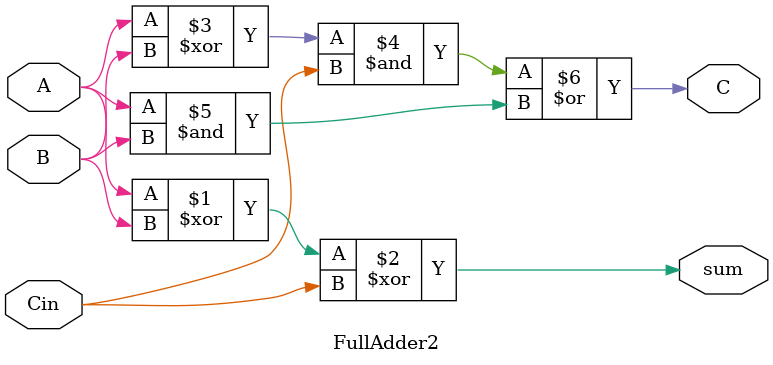
<source format=v>
module FullAdder2(A,B,Cin,sum,C);                                                                            
	input A,B,Cin;
	output sum,C;
	
	assign sum = A ^ B ^ Cin;
	assign C = ((A ^ B)&Cin) | (A&B);
	
endmodule

</source>
